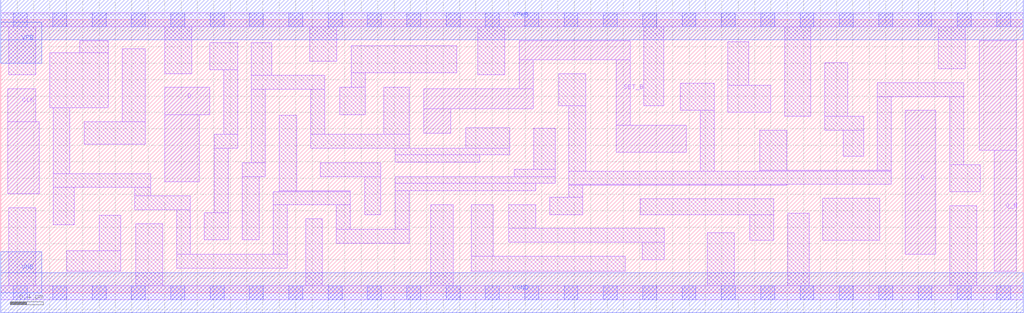
<source format=lef>
# Copyright 2020 The SkyWater PDK Authors
#
# Licensed under the Apache License, Version 2.0 (the "License");
# you may not use this file except in compliance with the License.
# You may obtain a copy of the License at
#
#     https://www.apache.org/licenses/LICENSE-2.0
#
# Unless required by applicable law or agreed to in writing, software
# distributed under the License is distributed on an "AS IS" BASIS,
# WITHOUT WARRANTIES OR CONDITIONS OF ANY KIND, either express or implied.
# See the License for the specific language governing permissions and
# limitations under the License.
#
# SPDX-License-Identifier: Apache-2.0

VERSION 5.5 ;
NAMESCASESENSITIVE ON ;
BUSBITCHARS "[]" ;
DIVIDERCHAR "/" ;
MACRO sky130_fd_sc_lp__dfsbp_1
  CLASS CORE ;
  SOURCE USER ;
  ORIGIN  0.000000  0.000000 ;
  SIZE  12.48000 BY  3.330000 ;
  SYMMETRY X Y R90 ;
  SITE unit ;
  PIN D
    ANTENNAGATEAREA  0.126000 ;
    DIRECTION INPUT ;
    USE SIGNAL ;
    PORT
      LAYER li1 ;
        RECT 2.000000 1.355000 2.425000 2.175000 ;
        RECT 2.000000 2.175000 2.550000 2.505000 ;
    END
  END D
  PIN Q
    ANTENNADIFFAREA  0.556500 ;
    DIRECTION OUTPUT ;
    USE SIGNAL ;
    PORT
      LAYER li1 ;
        RECT 11.040000 0.470000 11.410000 2.225000 ;
    END
  END Q
  PIN Q_N
    ANTENNADIFFAREA  0.556500 ;
    DIRECTION OUTPUT ;
    USE SIGNAL ;
    PORT
      LAYER li1 ;
        RECT 11.940000 1.740000 12.395000 3.075000 ;
        RECT 12.125000 0.260000 12.395000 1.740000 ;
    END
  END Q_N
  PIN SET_B
    ANTENNAGATEAREA  0.252000 ;
    DIRECTION INPUT ;
    USE SIGNAL ;
    PORT
      LAYER li1 ;
        RECT 5.165000 1.945000 5.495000 2.245000 ;
        RECT 5.165000 2.245000 6.500000 2.490000 ;
        RECT 6.330000 2.490000 6.500000 2.845000 ;
        RECT 6.330000 2.845000 7.680000 3.075000 ;
        RECT 7.510000 1.715000 8.365000 2.045000 ;
        RECT 7.510000 2.045000 7.680000 2.845000 ;
    END
  END SET_B
  PIN CLK
    ANTENNAGATEAREA  0.159000 ;
    DIRECTION INPUT ;
    USE CLOCK ;
    PORT
      LAYER li1 ;
        RECT 0.085000 1.210000 0.470000 2.090000 ;
        RECT 0.085000 2.090000 0.430000 2.490000 ;
    END
  END CLK
  PIN VGND
    DIRECTION INOUT ;
    USE GROUND ;
    PORT
      LAYER met1 ;
        RECT 0.000000 -0.245000 12.480000 0.245000 ;
    END
  END VGND
  PIN VNB
    DIRECTION INOUT ;
    USE GROUND ;
    PORT
      LAYER met1 ;
        RECT 0.000000 0.000000 0.500000 0.500000 ;
    END
  END VNB
  PIN VPB
    DIRECTION INOUT ;
    USE POWER ;
    PORT
      LAYER met1 ;
        RECT 0.000000 2.800000 0.500000 3.300000 ;
    END
  END VPB
  PIN VPWR
    DIRECTION INOUT ;
    USE POWER ;
    PORT
      LAYER met1 ;
        RECT 0.000000 3.085000 12.480000 3.575000 ;
    END
  END VPWR
  OBS
    LAYER li1 ;
      RECT  0.000000 -0.085000 12.480000 0.085000 ;
      RECT  0.000000  3.245000 12.480000 3.415000 ;
      RECT  0.100000  0.085000  0.430000 1.040000 ;
      RECT  0.100000  2.660000  0.430000 3.245000 ;
      RECT  0.600000  2.260000  1.315000 2.930000 ;
      RECT  0.640000  0.830000  0.900000 1.285000 ;
      RECT  0.640000  1.285000  1.830000 1.455000 ;
      RECT  0.640000  1.455000  0.840000 2.260000 ;
      RECT  0.805000  0.265000  1.465000 0.515000 ;
      RECT  0.965000  2.930000  1.315000 3.075000 ;
      RECT  1.020000  1.815000  1.765000 2.090000 ;
      RECT  1.205000  0.515000  1.465000 0.945000 ;
      RECT  1.485000  2.090000  1.765000 2.975000 ;
      RECT  1.635000  1.015000  2.315000 1.185000 ;
      RECT  1.635000  1.185000  1.830000 1.285000 ;
      RECT  1.645000  0.085000  1.975000 0.845000 ;
      RECT  2.000000  2.675000  2.330000 3.245000 ;
      RECT  2.145000  0.300000  3.495000 0.470000 ;
      RECT  2.145000  0.470000  2.315000 1.015000 ;
      RECT  2.485000  0.645000  2.775000 0.975000 ;
      RECT  2.550000  2.720000  2.890000 3.050000 ;
      RECT  2.605000  0.975000  2.775000 1.765000 ;
      RECT  2.605000  1.765000  2.890000 1.935000 ;
      RECT  2.720000  1.935000  2.890000 2.720000 ;
      RECT  2.945000  0.645000  3.155000 1.415000 ;
      RECT  2.945000  1.415000  3.230000 1.585000 ;
      RECT  3.060000  1.585000  3.230000 2.485000 ;
      RECT  3.060000  2.485000  3.955000 2.655000 ;
      RECT  3.060000  2.655000  3.310000 3.050000 ;
      RECT  3.325000  0.470000  3.495000 1.075000 ;
      RECT  3.325000  1.075000  4.265000 1.235000 ;
      RECT  3.400000  1.235000  4.265000 1.245000 ;
      RECT  3.400000  1.245000  3.615000 2.165000 ;
      RECT  3.725000  0.085000  3.925000 0.905000 ;
      RECT  3.770000  2.825000  4.100000 3.245000 ;
      RECT  3.785000  1.765000  4.985000 1.935000 ;
      RECT  3.785000  1.935000  3.955000 2.485000 ;
      RECT  3.900000  1.415000  4.635000 1.585000 ;
      RECT  4.095000  0.605000  4.985000 0.775000 ;
      RECT  4.095000  0.775000  4.265000 1.075000 ;
      RECT  4.135000  2.175000  4.450000 2.505000 ;
      RECT  4.280000  2.505000  4.450000 2.685000 ;
      RECT  4.280000  2.685000  5.565000 3.015000 ;
      RECT  4.445000  0.955000  4.635000 1.415000 ;
      RECT  4.675000  1.935000  4.985000 2.505000 ;
      RECT  4.815000  0.775000  4.985000 1.245000 ;
      RECT  4.815000  1.245000  6.530000 1.335000 ;
      RECT  4.815000  1.335000  6.765000 1.415000 ;
      RECT  4.815000  1.595000  5.845000 1.685000 ;
      RECT  4.815000  1.685000  6.215000 1.765000 ;
      RECT  5.250000  0.085000  5.520000 1.075000 ;
      RECT  5.675000  1.765000  6.215000 2.015000 ;
      RECT  5.740000  0.265000  7.620000 0.445000 ;
      RECT  5.740000  0.445000  6.010000 1.075000 ;
      RECT  5.820000  2.660000  6.150000 3.245000 ;
      RECT  6.200000  0.615000  8.100000 0.785000 ;
      RECT  6.200000  0.785000  6.530000 1.075000 ;
      RECT  6.270000  1.415000  6.765000 1.505000 ;
      RECT  6.505000  1.505000  6.765000 2.005000 ;
      RECT  6.700000  0.955000  7.105000 1.165000 ;
      RECT  6.810000  2.285000  7.140000 2.675000 ;
      RECT  6.935000  1.165000  7.105000 1.315000 ;
      RECT  6.935000  1.315000  9.595000 1.325000 ;
      RECT  6.935000  1.325000 10.870000 1.485000 ;
      RECT  6.935000  1.485000  7.140000 2.285000 ;
      RECT  7.805000  0.955000  9.435000 1.145000 ;
      RECT  7.830000  0.400000  8.100000 0.615000 ;
      RECT  7.850000  2.280000  8.090000 3.245000 ;
      RECT  8.290000  2.225000  8.705000 2.555000 ;
      RECT  8.535000  1.485000  8.705000 2.225000 ;
      RECT  8.620000  0.085000  8.950000 0.730000 ;
      RECT  8.875000  2.200000  9.400000 2.530000 ;
      RECT  8.875000  2.530000  9.130000 3.065000 ;
      RECT  9.140000  0.640000  9.435000 0.955000 ;
      RECT  9.265000  1.485000 10.870000 1.495000 ;
      RECT  9.265000  1.495000  9.595000 1.985000 ;
      RECT  9.570000  2.155000  9.885000 3.245000 ;
      RECT  9.605000  0.085000  9.865000 0.970000 ;
      RECT 10.035000  0.640000 10.730000 1.155000 ;
      RECT 10.055000  1.985000 10.530000 2.155000 ;
      RECT 10.055000  2.155000 10.340000 2.805000 ;
      RECT 10.280000  1.665000 10.530000 1.985000 ;
      RECT 10.700000  1.495000 10.870000 2.395000 ;
      RECT 10.700000  2.395000 11.750000 2.565000 ;
      RECT 11.440000  2.735000 11.770000 3.245000 ;
      RECT 11.580000  0.085000 11.910000 1.060000 ;
      RECT 11.580000  1.230000 11.955000 1.560000 ;
      RECT 11.580000  1.560000 11.750000 2.395000 ;
    LAYER mcon ;
      RECT  0.155000 -0.085000  0.325000 0.085000 ;
      RECT  0.155000  3.245000  0.325000 3.415000 ;
      RECT  0.635000 -0.085000  0.805000 0.085000 ;
      RECT  0.635000  3.245000  0.805000 3.415000 ;
      RECT  1.115000 -0.085000  1.285000 0.085000 ;
      RECT  1.115000  3.245000  1.285000 3.415000 ;
      RECT  1.595000 -0.085000  1.765000 0.085000 ;
      RECT  1.595000  3.245000  1.765000 3.415000 ;
      RECT  2.075000 -0.085000  2.245000 0.085000 ;
      RECT  2.075000  3.245000  2.245000 3.415000 ;
      RECT  2.555000 -0.085000  2.725000 0.085000 ;
      RECT  2.555000  3.245000  2.725000 3.415000 ;
      RECT  3.035000 -0.085000  3.205000 0.085000 ;
      RECT  3.035000  3.245000  3.205000 3.415000 ;
      RECT  3.515000 -0.085000  3.685000 0.085000 ;
      RECT  3.515000  3.245000  3.685000 3.415000 ;
      RECT  3.995000 -0.085000  4.165000 0.085000 ;
      RECT  3.995000  3.245000  4.165000 3.415000 ;
      RECT  4.475000 -0.085000  4.645000 0.085000 ;
      RECT  4.475000  3.245000  4.645000 3.415000 ;
      RECT  4.955000 -0.085000  5.125000 0.085000 ;
      RECT  4.955000  3.245000  5.125000 3.415000 ;
      RECT  5.435000 -0.085000  5.605000 0.085000 ;
      RECT  5.435000  3.245000  5.605000 3.415000 ;
      RECT  5.915000 -0.085000  6.085000 0.085000 ;
      RECT  5.915000  3.245000  6.085000 3.415000 ;
      RECT  6.395000 -0.085000  6.565000 0.085000 ;
      RECT  6.395000  3.245000  6.565000 3.415000 ;
      RECT  6.875000 -0.085000  7.045000 0.085000 ;
      RECT  6.875000  3.245000  7.045000 3.415000 ;
      RECT  7.355000 -0.085000  7.525000 0.085000 ;
      RECT  7.355000  3.245000  7.525000 3.415000 ;
      RECT  7.835000 -0.085000  8.005000 0.085000 ;
      RECT  7.835000  3.245000  8.005000 3.415000 ;
      RECT  8.315000 -0.085000  8.485000 0.085000 ;
      RECT  8.315000  3.245000  8.485000 3.415000 ;
      RECT  8.795000 -0.085000  8.965000 0.085000 ;
      RECT  8.795000  3.245000  8.965000 3.415000 ;
      RECT  9.275000 -0.085000  9.445000 0.085000 ;
      RECT  9.275000  3.245000  9.445000 3.415000 ;
      RECT  9.755000 -0.085000  9.925000 0.085000 ;
      RECT  9.755000  3.245000  9.925000 3.415000 ;
      RECT 10.235000 -0.085000 10.405000 0.085000 ;
      RECT 10.235000  3.245000 10.405000 3.415000 ;
      RECT 10.715000 -0.085000 10.885000 0.085000 ;
      RECT 10.715000  3.245000 10.885000 3.415000 ;
      RECT 11.195000 -0.085000 11.365000 0.085000 ;
      RECT 11.195000  3.245000 11.365000 3.415000 ;
      RECT 11.675000 -0.085000 11.845000 0.085000 ;
      RECT 11.675000  3.245000 11.845000 3.415000 ;
      RECT 12.155000 -0.085000 12.325000 0.085000 ;
      RECT 12.155000  3.245000 12.325000 3.415000 ;
  END
END sky130_fd_sc_lp__dfsbp_1

</source>
